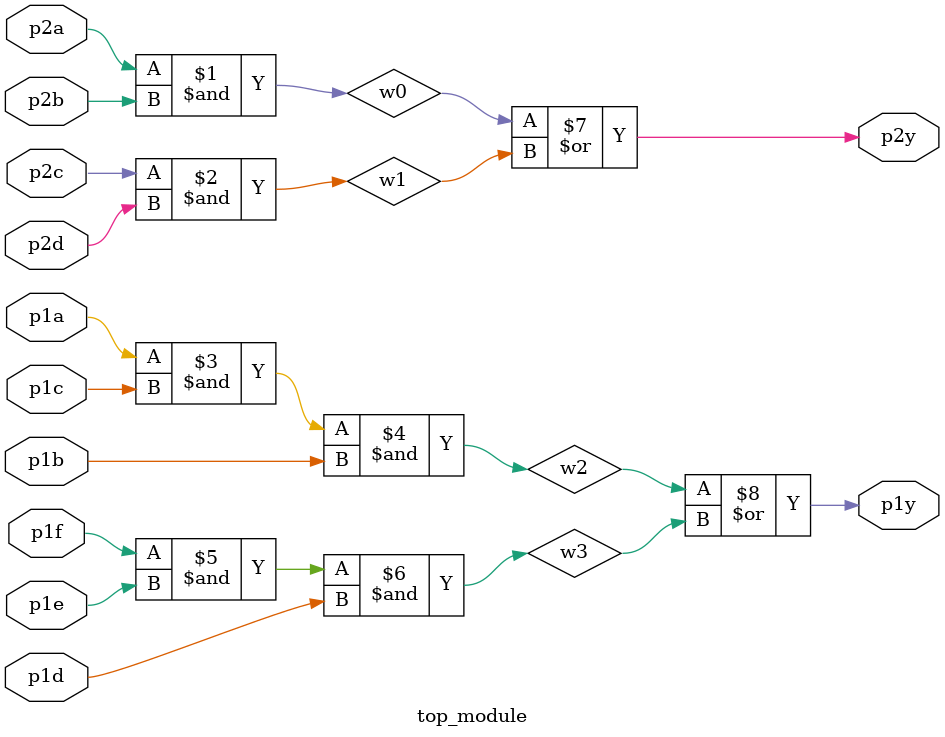
<source format=v>
module top_module ( 
    input p1a, p1b, p1c, p1d, p1e, p1f,
    output p1y,
    input p2a, p2b, p2c, p2d,
    output p2y );
    wire w0,w1,w2,w3;
    assign w0 = p2a & p2b;
    assign w1 = p2c & p2d;
    assign w2 = p1a & p1c & p1b;
    assign w3 = p1f & p1e & p1d;
    assign p2y = w0 | w1;
    assign p1y = w2 | w3;
endmodule

</source>
